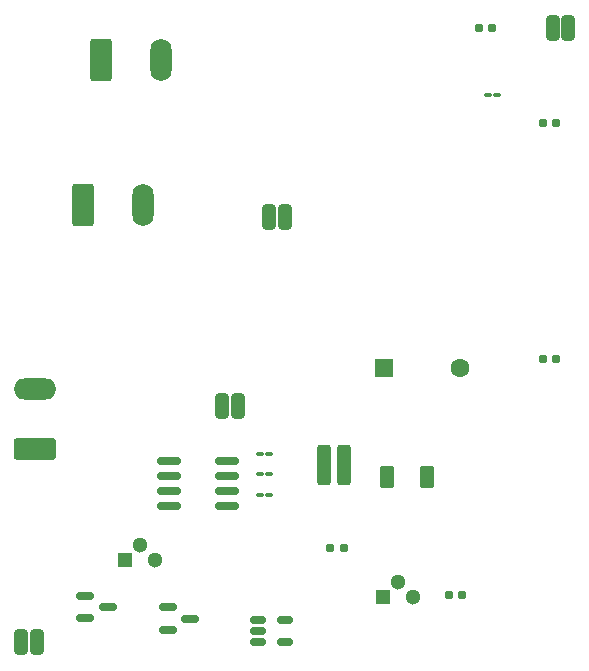
<source format=gbr>
G04 #@! TF.GenerationSoftware,KiCad,Pcbnew,9.0.4*
G04 #@! TF.CreationDate,2026-02-01T17:43:42+05:30*
G04 #@! TF.ProjectId,Classdamp ltversion,436c6173-7364-4616-9d70-206c74766572,rev?*
G04 #@! TF.SameCoordinates,Original*
G04 #@! TF.FileFunction,Soldermask,Top*
G04 #@! TF.FilePolarity,Negative*
%FSLAX46Y46*%
G04 Gerber Fmt 4.6, Leading zero omitted, Abs format (unit mm)*
G04 Created by KiCad (PCBNEW 9.0.4) date 2026-02-01 17:43:42*
%MOMM*%
%LPD*%
G01*
G04 APERTURE LIST*
G04 Aperture macros list*
%AMRoundRect*
0 Rectangle with rounded corners*
0 $1 Rounding radius*
0 $2 $3 $4 $5 $6 $7 $8 $9 X,Y pos of 4 corners*
0 Add a 4 corners polygon primitive as box body*
4,1,4,$2,$3,$4,$5,$6,$7,$8,$9,$2,$3,0*
0 Add four circle primitives for the rounded corners*
1,1,$1+$1,$2,$3*
1,1,$1+$1,$4,$5*
1,1,$1+$1,$6,$7*
1,1,$1+$1,$8,$9*
0 Add four rect primitives between the rounded corners*
20,1,$1+$1,$2,$3,$4,$5,0*
20,1,$1+$1,$4,$5,$6,$7,0*
20,1,$1+$1,$6,$7,$8,$9,0*
20,1,$1+$1,$8,$9,$2,$3,0*%
G04 Aperture macros list end*
%ADD10RoundRect,0.100000X-0.217500X-0.100000X0.217500X-0.100000X0.217500X0.100000X-0.217500X0.100000X0*%
%ADD11RoundRect,0.250000X-0.312500X-0.825000X0.312500X-0.825000X0.312500X0.825000X-0.312500X0.825000X0*%
%ADD12RoundRect,0.155000X-0.212500X-0.155000X0.212500X-0.155000X0.212500X0.155000X-0.212500X0.155000X0*%
%ADD13RoundRect,0.150000X-0.512500X-0.150000X0.512500X-0.150000X0.512500X0.150000X-0.512500X0.150000X0*%
%ADD14RoundRect,0.150000X-0.587500X-0.150000X0.587500X-0.150000X0.587500X0.150000X-0.587500X0.150000X0*%
%ADD15RoundRect,0.150000X-0.825000X-0.150000X0.825000X-0.150000X0.825000X0.150000X-0.825000X0.150000X0*%
%ADD16RoundRect,0.250000X-0.337500X-1.450000X0.337500X-1.450000X0.337500X1.450000X-0.337500X1.450000X0*%
%ADD17RoundRect,0.250000X1.550000X-0.650000X1.550000X0.650000X-1.550000X0.650000X-1.550000X-0.650000X0*%
%ADD18O,3.600000X1.800000*%
%ADD19R,1.300000X1.300000*%
%ADD20C,1.300000*%
%ADD21RoundRect,0.250000X-0.650000X-1.550000X0.650000X-1.550000X0.650000X1.550000X-0.650000X1.550000X0*%
%ADD22O,1.800000X3.600000*%
%ADD23RoundRect,0.250000X-0.362500X-0.700000X0.362500X-0.700000X0.362500X0.700000X-0.362500X0.700000X0*%
%ADD24R,1.600000X1.600000*%
%ADD25C,1.600000*%
G04 APERTURE END LIST*
D10*
X143865000Y-100040000D03*
X144680000Y-100040000D03*
D11*
X140675000Y-96000000D03*
X142000000Y-96000000D03*
D10*
X143865000Y-103540000D03*
X144680000Y-103540000D03*
D12*
X159865000Y-112000000D03*
X161000000Y-112000000D03*
D13*
X143725000Y-114100000D03*
X143725000Y-115050000D03*
X143725000Y-116000000D03*
X146000000Y-116000000D03*
X146000000Y-114100000D03*
D14*
X136125000Y-113050000D03*
X136125000Y-114950000D03*
X138000000Y-114000000D03*
D10*
X163181500Y-69648286D03*
X163996500Y-69648286D03*
D11*
X144675000Y-80000000D03*
X146000000Y-80000000D03*
D15*
X136167500Y-100615000D03*
X136167500Y-101885000D03*
X136167500Y-103155000D03*
X136167500Y-104425000D03*
X141117500Y-104425000D03*
X141117500Y-103155000D03*
X141117500Y-101885000D03*
X141117500Y-100615000D03*
D16*
X149325000Y-101000000D03*
X151000000Y-101000000D03*
D17*
X124875000Y-99640000D03*
D18*
X124875000Y-94560000D03*
D19*
X132460000Y-109000000D03*
D20*
X133730000Y-107730000D03*
X135000000Y-109000000D03*
D11*
X168675000Y-64000000D03*
X170000000Y-64000000D03*
D21*
X128920000Y-79000000D03*
D22*
X134000000Y-79000000D03*
D11*
X123675000Y-116000000D03*
X125000000Y-116000000D03*
D23*
X154675000Y-102000000D03*
X158000000Y-102000000D03*
D12*
X167865000Y-72000000D03*
X169000000Y-72000000D03*
D24*
X154372500Y-92750000D03*
D25*
X160872500Y-92750000D03*
D14*
X129125000Y-112050000D03*
X129125000Y-113950000D03*
X131000000Y-113000000D03*
D19*
X154292500Y-112180000D03*
D20*
X155562500Y-110910000D03*
X156832500Y-112180000D03*
D10*
X143865000Y-101790000D03*
X144680000Y-101790000D03*
D12*
X167865000Y-92000000D03*
X169000000Y-92000000D03*
D21*
X130455000Y-66737500D03*
D22*
X135535000Y-66737500D03*
D12*
X149865000Y-108000000D03*
X151000000Y-108000000D03*
X162415000Y-64000000D03*
X163550000Y-64000000D03*
M02*

</source>
